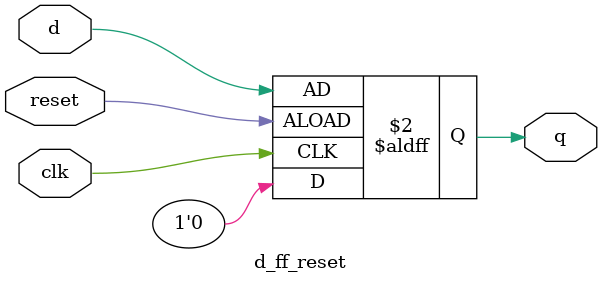
<source format=v>
`timescale 1ns / 1ps

module d_ff_reset(input wire clk, reset, d, output reg q);

   // At negative edge of clk or reset
   always @(negedge clk, negedge reset)
      // If reset then q to zero
      if (reset)
         q <= 1'b0;
      // Otherwise q set to input d
      else
         q <= d;

endmodule
</source>
